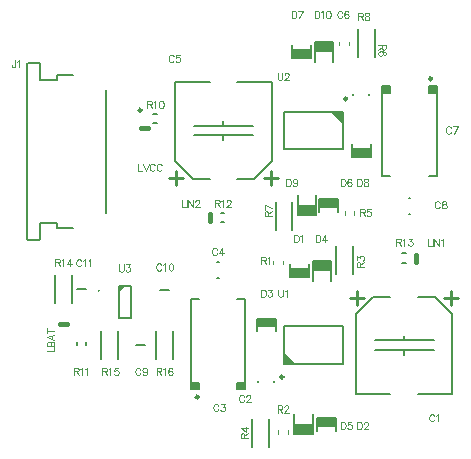
<source format=gto>
G04*
G04 #@! TF.GenerationSoftware,Altium Limited,Altium Designer,18.1.11 (251)*
G04*
G04 Layer_Color=65535*
%FSLAX44Y44*%
%MOMM*%
G71*
G01*
G75*
%ADD10C,0.2500*%
%ADD11C,0.2000*%
%ADD12C,0.1270*%
%ADD13C,0.4000*%
%ADD14C,0.1016*%
%ADD15C,0.1524*%
%ADD16C,0.2540*%
%ADD17C,0.1000*%
%ADD18R,1.6000X0.8000*%
%ADD19R,0.6750X0.5500*%
%ADD20R,1.5500X0.8500*%
G36*
X207280Y81770D02*
Y91770D01*
X217280Y81770D01*
X207280D01*
D02*
G37*
G36*
X67310Y147970D02*
X72920D01*
X67310Y142360D01*
Y147970D01*
D02*
G37*
G36*
X257250Y295380D02*
Y285380D01*
X247250Y295380D01*
X257250D01*
D02*
G37*
D10*
X86420Y296620D02*
G03*
X86420Y296620I-1250J0D01*
G01*
X260500Y306380D02*
G03*
X260500Y306380I-1250J0D01*
G01*
X206530Y70770D02*
G03*
X206530Y70770I-1250J0D01*
G01*
X134750Y53895D02*
G03*
X134750Y53895I-1250J0D01*
G01*
X332280Y323255D02*
G03*
X332280Y323255I-1250J0D01*
G01*
D11*
X-10330Y187500D02*
X-9450Y186620D01*
X-210D02*
X670Y187500D01*
Y201120D02*
X14670D01*
Y196620D02*
X28670D01*
X56670Y209620D02*
Y313620D01*
X14670Y196620D02*
Y201120D01*
X-9450Y186620D02*
X-210D01*
X-10330Y187500D02*
Y335741D01*
X670Y187500D02*
Y201120D01*
X-10330Y335741D02*
X-9450Y336621D01*
X-210D02*
X669Y335741D01*
X670Y322121D02*
Y335741D01*
X-9450Y336621D02*
X-210D01*
X14670Y322121D02*
Y326621D01*
X670Y322121D02*
X14670D01*
Y326621D02*
X28670D01*
X312780Y222630D02*
X313780D01*
X312780Y209130D02*
X313780D01*
X198640Y66790D02*
Y67790D01*
X185140Y66790D02*
Y67790D01*
X183890Y109280D02*
Y120280D01*
X199890D01*
Y109280D02*
Y120280D01*
X150750Y154520D02*
X151750D01*
X150750Y168020D02*
X151750D01*
X135000Y60395D02*
Y65895D01*
X128250D02*
X135000D01*
X167500D02*
X174250D01*
X167500Y60395D02*
Y65895D01*
Y136395D02*
X174250D01*
X167500Y60395D02*
X174250D01*
X128250Y136395D02*
X135000D01*
X128250Y60395D02*
X135000D01*
X174250D02*
Y136395D01*
X128250Y60395D02*
Y136395D01*
X231390Y22360D02*
Y39360D01*
X215890Y22360D02*
Y39360D01*
Y22360D02*
X231390D01*
X234690Y25060D02*
Y36060D01*
X250690D01*
Y25060D02*
Y36060D01*
X336280Y240755D02*
Y316755D01*
X290280Y240755D02*
Y316755D01*
X329530D02*
X336280D01*
X329530Y240755D02*
X336280D01*
X290280Y316755D02*
X297030D01*
X290280Y240755D02*
X297030D01*
Y311255D02*
Y316755D01*
X290280Y311255D02*
X297030D01*
X329530D02*
X336280D01*
X329530D02*
Y316755D01*
X280640Y256870D02*
Y267870D01*
X264640Y256870D02*
X280640D01*
X264640D02*
Y267870D01*
X231704Y152370D02*
Y169370D01*
X247204Y152370D02*
Y169370D01*
X231704D02*
X247204D01*
X227830Y155670D02*
Y166670D01*
X211830Y155670D02*
X227830D01*
X211830D02*
Y166670D01*
X236700Y210480D02*
Y221480D01*
X252700D01*
Y210480D02*
Y221480D01*
X234133Y207780D02*
Y224780D01*
X218633Y207780D02*
Y224780D01*
Y207780D02*
X234133D01*
X265890Y309360D02*
Y310360D01*
X279390Y309360D02*
Y310360D01*
X213840Y341090D02*
Y352090D01*
Y341090D02*
X229840D01*
Y352090D01*
X233140Y354790D02*
X248640D01*
Y337790D02*
Y354790D01*
X233140Y337790D02*
Y354790D01*
D12*
X207250Y295380D02*
X257250D01*
X207250Y263380D02*
X257250D01*
Y295380D01*
X207250Y263380D02*
Y295380D01*
X96266Y285496D02*
X99314D01*
X96266Y293624D02*
X99314D01*
X207280Y81770D02*
X257280D01*
X207280Y113770D02*
X257280D01*
X207280Y81770D02*
Y113770D01*
X257280Y81770D02*
Y113770D01*
X153416Y201676D02*
X156464D01*
X153416Y209804D02*
X156464D01*
X67310Y120970D02*
X67310Y147970D01*
X67310Y120970D02*
X77470D01*
X77470Y147970D02*
X77470Y120970D01*
X67310Y147970D02*
X77470D01*
X31496Y97568D02*
Y100616D01*
X39624Y97568D02*
Y100616D01*
X307086Y175514D02*
X310134D01*
X307086Y167386D02*
X310134D01*
D13*
X85900Y281950D02*
X91900D01*
X144790Y202740D02*
Y208740D01*
X17323Y115592D02*
X23323D01*
X318760Y168450D02*
Y174450D01*
D14*
X202376Y22586D02*
Y25634D01*
X210504Y22586D02*
Y25634D01*
X206114Y166096D02*
Y169144D01*
X197986Y166096D02*
Y169144D01*
X266544Y208006D02*
Y211054D01*
X258416Y208006D02*
Y211054D01*
X262154Y351516D02*
Y354564D01*
X254026Y351516D02*
Y354564D01*
D15*
X194353Y11360D02*
Y35360D01*
X180353Y11360D02*
Y35360D01*
X102005Y144781D02*
X110005D01*
X99005Y85790D02*
Y109790D01*
X113005Y85790D02*
Y109790D01*
X81391Y97789D02*
X89390D01*
X52390Y85790D02*
Y109790D01*
X66390Y85790D02*
Y109790D01*
X27323Y133470D02*
Y157470D01*
X13323Y133470D02*
Y157470D01*
X31561Y145469D02*
X39560D01*
X269860Y341790D02*
Y365790D01*
X283860Y341790D02*
Y365790D01*
X214078Y195010D02*
Y219010D01*
X200078Y195010D02*
Y219010D01*
X251090Y157990D02*
Y181990D01*
X265090Y157990D02*
Y181990D01*
X267730Y123770D02*
X282730Y138770D01*
X267730Y56770D02*
Y123770D01*
X334730Y138770D02*
X349730Y123770D01*
Y56770D02*
Y123770D01*
X267730Y56770D02*
X297230D01*
X282730Y138770D02*
X297230D01*
X320230Y56770D02*
X349730D01*
X320230Y138770D02*
X334730D01*
X283730Y93770D02*
X333730D01*
X283730Y101770D02*
X333730D01*
X308730D02*
Y105770D01*
Y89770D02*
Y93770D01*
X181800Y238380D02*
X196800Y253380D01*
Y320380D01*
X114800Y253380D02*
X129800Y238380D01*
X114800Y253380D02*
Y320380D01*
X167300D02*
X196800D01*
X167300Y238380D02*
X181800D01*
X114800Y320380D02*
X144300D01*
X129800Y238380D02*
X144300D01*
X130800Y283380D02*
X180800D01*
X130800Y275380D02*
X180800D01*
X155800Y271380D02*
Y275380D01*
Y283380D02*
Y287380D01*
D16*
X342730Y137770D02*
X354730Y137770D01*
X348730Y143770D02*
X348730Y131770D01*
X268730D02*
X268730Y143770D01*
X262730Y137770D02*
X274730Y137770D01*
X109800Y239380D02*
X121800Y239380D01*
X115800Y245380D02*
X115800Y233380D01*
X195800D02*
X195800Y245380D01*
X189800Y239380D02*
X201800Y239380D01*
D17*
X-20512Y338993D02*
Y334422D01*
X-20797Y333565D01*
X-21083Y333280D01*
X-21654Y332994D01*
X-22225D01*
X-22797Y333280D01*
X-23082Y333565D01*
X-23368Y334422D01*
Y334994D01*
X-18969Y337850D02*
X-18398Y338136D01*
X-17541Y338993D01*
Y332994D01*
X339015Y218055D02*
X338729Y218626D01*
X338158Y219198D01*
X337586Y219483D01*
X336444D01*
X335872Y219198D01*
X335301Y218626D01*
X335015Y218055D01*
X334730Y217198D01*
Y215770D01*
X335015Y214913D01*
X335301Y214341D01*
X335872Y213770D01*
X336444Y213484D01*
X337586D01*
X338158Y213770D01*
X338729Y214341D01*
X339015Y214913D01*
X342128Y219483D02*
X341271Y219198D01*
X340986Y218626D01*
Y218055D01*
X341271Y217484D01*
X341843Y217198D01*
X342985Y216912D01*
X343842Y216627D01*
X344413Y216055D01*
X344699Y215484D01*
Y214627D01*
X344413Y214056D01*
X344128Y213770D01*
X343271Y213484D01*
X342128D01*
X341271Y213770D01*
X340986Y214056D01*
X340700Y214627D01*
Y215484D01*
X340986Y216055D01*
X341557Y216627D01*
X342414Y216912D01*
X343557Y217198D01*
X344128Y217484D01*
X344413Y218055D01*
Y218626D01*
X344128Y219198D01*
X343271Y219483D01*
X342128D01*
X201800Y328120D02*
Y323835D01*
X202085Y322978D01*
X202657Y322407D01*
X203514Y322121D01*
X204085D01*
X204942Y322407D01*
X205513Y322978D01*
X205799Y323835D01*
Y328120D01*
X207741Y326692D02*
Y326977D01*
X208027Y327548D01*
X208313Y327834D01*
X208884Y328120D01*
X210027D01*
X210598Y327834D01*
X210884Y327548D01*
X211169Y326977D01*
Y326406D01*
X210884Y325835D01*
X210312Y324978D01*
X207456Y322121D01*
X211455D01*
X83820Y251379D02*
Y245380D01*
X87248D01*
X87905Y251379D02*
X90190Y245380D01*
X92475Y251379D02*
X90190Y245380D01*
X97531Y249950D02*
X97246Y250522D01*
X96674Y251093D01*
X96103Y251379D01*
X94960D01*
X94389Y251093D01*
X93818Y250522D01*
X93532Y249950D01*
X93246Y249093D01*
Y247665D01*
X93532Y246808D01*
X93818Y246237D01*
X94389Y245666D01*
X94960Y245380D01*
X96103D01*
X96674Y245666D01*
X97246Y246237D01*
X97531Y246808D01*
X103501Y249950D02*
X103216Y250522D01*
X102645Y251093D01*
X102073Y251379D01*
X100931D01*
X100359Y251093D01*
X99788Y250522D01*
X99502Y249950D01*
X99217Y249093D01*
Y247665D01*
X99502Y246808D01*
X99788Y246237D01*
X100359Y245666D01*
X100931Y245380D01*
X102073D01*
X102645Y245666D01*
X103216Y246237D01*
X103501Y246808D01*
X91440Y304449D02*
Y298450D01*
Y304449D02*
X94011D01*
X94868Y304163D01*
X95154Y303877D01*
X95439Y303306D01*
Y302735D01*
X95154Y302164D01*
X94868Y301878D01*
X94011Y301592D01*
X91440D01*
X93440D02*
X95439Y298450D01*
X96782Y303306D02*
X97353Y303592D01*
X98210Y304449D01*
Y298450D01*
X102895Y304449D02*
X102038Y304163D01*
X101466Y303306D01*
X101181Y301878D01*
Y301021D01*
X101466Y299593D01*
X102038Y298736D01*
X102895Y298450D01*
X103466D01*
X104323Y298736D01*
X104894Y299593D01*
X105180Y301021D01*
Y301878D01*
X104894Y303306D01*
X104323Y304163D01*
X103466Y304449D01*
X102895D01*
X201800Y46639D02*
Y40640D01*
Y46639D02*
X204371D01*
X205228Y46353D01*
X205513Y46067D01*
X205799Y45496D01*
Y44925D01*
X205513Y44353D01*
X205228Y44068D01*
X204371Y43782D01*
X201800D01*
X203799D02*
X205799Y40640D01*
X207427Y45210D02*
Y45496D01*
X207713Y46067D01*
X207999Y46353D01*
X208570Y46639D01*
X209712D01*
X210284Y46353D01*
X210569Y46067D01*
X210855Y45496D01*
Y44925D01*
X210569Y44353D01*
X209998Y43496D01*
X207142Y40640D01*
X211141D01*
X170531Y19050D02*
X176530D01*
X170531D02*
Y21621D01*
X170817Y22478D01*
X171103Y22764D01*
X171674Y23049D01*
X172245D01*
X172817Y22764D01*
X173102Y22478D01*
X173388Y21621D01*
Y19050D01*
Y21050D02*
X176530Y23049D01*
X170531Y27248D02*
X174530Y24392D01*
Y28677D01*
X170531Y27248D02*
X176530D01*
X173195Y54100D02*
X172909Y54672D01*
X172338Y55243D01*
X171766Y55529D01*
X170624D01*
X170053Y55243D01*
X169481Y54672D01*
X169196Y54100D01*
X168910Y53243D01*
Y51815D01*
X169196Y50958D01*
X169481Y50387D01*
X170053Y49816D01*
X170624Y49530D01*
X171766D01*
X172338Y49816D01*
X172909Y50387D01*
X173195Y50958D01*
X175166Y54100D02*
Y54386D01*
X175451Y54957D01*
X175737Y55243D01*
X176308Y55529D01*
X177451D01*
X178022Y55243D01*
X178308Y54957D01*
X178594Y54386D01*
Y53815D01*
X178308Y53243D01*
X177737Y52386D01*
X174880Y49530D01*
X178879D01*
X187960Y144769D02*
Y138770D01*
Y144769D02*
X189960D01*
X190816Y144483D01*
X191388Y143912D01*
X191674Y143340D01*
X191959Y142484D01*
Y141055D01*
X191674Y140198D01*
X191388Y139627D01*
X190816Y139056D01*
X189960Y138770D01*
X187960D01*
X193873Y144769D02*
X197015D01*
X195301Y142484D01*
X196158D01*
X196730Y142198D01*
X197015Y141912D01*
X197301Y141055D01*
Y140484D01*
X197015Y139627D01*
X196444Y139056D01*
X195587Y138770D01*
X194730D01*
X193873Y139056D01*
X193587Y139341D01*
X193302Y139913D01*
X202376Y144769D02*
Y140484D01*
X202661Y139627D01*
X203233Y139056D01*
X204090Y138770D01*
X204661D01*
X205518Y139056D01*
X206089Y139627D01*
X206375Y140484D01*
Y144769D01*
X208032Y143626D02*
X208603Y143912D01*
X209460Y144769D01*
Y138770D01*
X120650Y220629D02*
Y214630D01*
X124078D01*
X124735Y220629D02*
Y214630D01*
X125992Y220629D02*
Y214630D01*
Y220629D02*
X129991Y214630D01*
Y220629D02*
Y214630D01*
X131933Y219200D02*
Y219486D01*
X132219Y220057D01*
X132505Y220343D01*
X133076Y220629D01*
X134219D01*
X134790Y220343D01*
X135075Y220057D01*
X135361Y219486D01*
Y218915D01*
X135075Y218344D01*
X134504Y217486D01*
X131648Y214630D01*
X135647D01*
X148590Y220629D02*
Y214630D01*
Y220629D02*
X151161D01*
X152018Y220343D01*
X152303Y220057D01*
X152589Y219486D01*
Y218915D01*
X152303Y218344D01*
X152018Y218058D01*
X151161Y217772D01*
X148590D01*
X150590D02*
X152589Y214630D01*
X153932Y219486D02*
X154503Y219772D01*
X155360Y220629D01*
Y214630D01*
X158616Y219200D02*
Y219486D01*
X158902Y220057D01*
X159188Y220343D01*
X159759Y220629D01*
X160902D01*
X161473Y220343D01*
X161759Y220057D01*
X162044Y219486D01*
Y218915D01*
X161759Y218344D01*
X161187Y217486D01*
X158331Y214630D01*
X162330D01*
X150335Y178561D02*
X150049Y179132D01*
X149478Y179703D01*
X148906Y179989D01*
X147764D01*
X147193Y179703D01*
X146621Y179132D01*
X146336Y178561D01*
X146050Y177703D01*
Y176275D01*
X146336Y175418D01*
X146621Y174847D01*
X147193Y174276D01*
X147764Y173990D01*
X148906D01*
X149478Y174276D01*
X150049Y174847D01*
X150335Y175418D01*
X154877Y179989D02*
X152020Y175990D01*
X156305D01*
X154877Y179989D02*
Y173990D01*
X151605Y46480D02*
X151319Y47052D01*
X150748Y47623D01*
X150176Y47909D01*
X149034D01*
X148463Y47623D01*
X147891Y47052D01*
X147606Y46480D01*
X147320Y45623D01*
Y44195D01*
X147606Y43338D01*
X147891Y42767D01*
X148463Y42196D01*
X149034Y41910D01*
X150176D01*
X150748Y42196D01*
X151319Y42767D01*
X151605Y43338D01*
X153861Y47909D02*
X157004D01*
X155290Y45623D01*
X156147D01*
X156718Y45338D01*
X157004Y45052D01*
X157289Y44195D01*
Y43624D01*
X157004Y42767D01*
X156432Y42196D01*
X155575Y41910D01*
X154718D01*
X153861Y42196D01*
X153576Y42481D01*
X153290Y43053D01*
X67310Y166019D02*
Y161734D01*
X67596Y160877D01*
X68167Y160306D01*
X69024Y160020D01*
X69595D01*
X70452Y160306D01*
X71024Y160877D01*
X71309Y161734D01*
Y166019D01*
X73537D02*
X76679D01*
X74966Y163734D01*
X75823D01*
X76394Y163448D01*
X76679Y163162D01*
X76965Y162305D01*
Y161734D01*
X76679Y160877D01*
X76108Y160306D01*
X75251Y160020D01*
X74394D01*
X73537Y160306D01*
X73252Y160591D01*
X72966Y161163D01*
X49926Y144511D02*
X49640Y144226D01*
X49926Y143940D01*
X50211Y144226D01*
X49926Y144511D01*
X103290Y165442D02*
X103004Y166013D01*
X102433Y166585D01*
X101862Y166870D01*
X100719D01*
X100148Y166585D01*
X99576Y166013D01*
X99291Y165442D01*
X99005Y164585D01*
Y163157D01*
X99291Y162300D01*
X99576Y161728D01*
X100148Y161157D01*
X100719Y160872D01*
X101862D01*
X102433Y161157D01*
X103004Y161728D01*
X103290Y162300D01*
X104975Y165728D02*
X105547Y166013D01*
X106404Y166870D01*
Y160872D01*
X111088Y166870D02*
X110231Y166585D01*
X109660Y165728D01*
X109374Y164299D01*
Y163442D01*
X109660Y162014D01*
X110231Y161157D01*
X111088Y160872D01*
X111659D01*
X112516Y161157D01*
X113088Y162014D01*
X113373Y163442D01*
Y164299D01*
X113088Y165728D01*
X112516Y166585D01*
X111659Y166870D01*
X111088D01*
X99314Y78389D02*
Y72390D01*
Y78389D02*
X101885D01*
X102742Y78103D01*
X103027Y77817D01*
X103313Y77246D01*
Y76675D01*
X103027Y76104D01*
X102742Y75818D01*
X101885Y75532D01*
X99314D01*
X101314D02*
X103313Y72390D01*
X104656Y77246D02*
X105227Y77532D01*
X106084Y78389D01*
Y72390D01*
X112483Y77532D02*
X112197Y78103D01*
X111340Y78389D01*
X110769D01*
X109912Y78103D01*
X109340Y77246D01*
X109055Y75818D01*
Y74390D01*
X109340Y73247D01*
X109912Y72676D01*
X110769Y72390D01*
X111054D01*
X111911Y72676D01*
X112483Y73247D01*
X112768Y74104D01*
Y74390D01*
X112483Y75247D01*
X111911Y75818D01*
X111054Y76104D01*
X110769D01*
X109912Y75818D01*
X109340Y75247D01*
X109055Y74390D01*
X85565Y76961D02*
X85279Y77532D01*
X84708Y78103D01*
X84136Y78389D01*
X82994D01*
X82423Y78103D01*
X81851Y77532D01*
X81566Y76961D01*
X81280Y76104D01*
Y74675D01*
X81566Y73818D01*
X81851Y73247D01*
X82423Y72676D01*
X82994Y72390D01*
X84136D01*
X84708Y72676D01*
X85279Y73247D01*
X85565Y73818D01*
X90964Y76389D02*
X90678Y75532D01*
X90107Y74961D01*
X89250Y74675D01*
X88964D01*
X88107Y74961D01*
X87536Y75532D01*
X87250Y76389D01*
Y76675D01*
X87536Y77532D01*
X88107Y78103D01*
X88964Y78389D01*
X89250D01*
X90107Y78103D01*
X90678Y77532D01*
X90964Y76389D01*
Y74961D01*
X90678Y73533D01*
X90107Y72676D01*
X89250Y72390D01*
X88678D01*
X87821Y72676D01*
X87536Y73247D01*
X53340Y78389D02*
Y72390D01*
Y78389D02*
X55911D01*
X56768Y78103D01*
X57053Y77817D01*
X57339Y77246D01*
Y76675D01*
X57053Y76104D01*
X56768Y75818D01*
X55911Y75532D01*
X53340D01*
X55340D02*
X57339Y72390D01*
X58682Y77246D02*
X59253Y77532D01*
X60110Y78389D01*
Y72390D01*
X66509Y78389D02*
X63652D01*
X63366Y75818D01*
X63652Y76104D01*
X64509Y76389D01*
X65366D01*
X66223Y76104D01*
X66794Y75532D01*
X67080Y74675D01*
Y74104D01*
X66794Y73247D01*
X66223Y72676D01*
X65366Y72390D01*
X64509D01*
X63652Y72676D01*
X63366Y72961D01*
X63081Y73533D01*
X29210Y78389D02*
Y72390D01*
Y78389D02*
X31781D01*
X32638Y78103D01*
X32924Y77817D01*
X33209Y77246D01*
Y76675D01*
X32924Y76104D01*
X32638Y75818D01*
X31781Y75532D01*
X29210D01*
X31210D02*
X33209Y72390D01*
X34552Y77246D02*
X35123Y77532D01*
X35980Y78389D01*
Y72390D01*
X38951Y77246D02*
X39522Y77532D01*
X40379Y78389D01*
Y72390D01*
X6701Y92710D02*
X12700D01*
Y96138D01*
X6701Y96795D02*
X12700D01*
X6701D02*
Y99366D01*
X6987Y100223D01*
X7273Y100508D01*
X7844Y100794D01*
X8415D01*
X8986Y100508D01*
X9272Y100223D01*
X9558Y99366D01*
Y96795D02*
Y99366D01*
X9844Y100223D01*
X10129Y100508D01*
X10700Y100794D01*
X11557D01*
X12129Y100508D01*
X12414Y100223D01*
X12700Y99366D01*
Y96795D01*
Y106707D02*
X6701Y104422D01*
X12700Y102136D01*
X10700Y102993D02*
Y105850D01*
X6701Y110106D02*
X12700D01*
X6701Y108107D02*
Y112106D01*
X113759Y342136D02*
X113473Y342708D01*
X112902Y343279D01*
X112331Y343565D01*
X111188D01*
X110617Y343279D01*
X110045Y342708D01*
X109760Y342136D01*
X109474Y341279D01*
Y339851D01*
X109760Y338994D01*
X110045Y338423D01*
X110617Y337852D01*
X111188Y337566D01*
X112331D01*
X112902Y337852D01*
X113473Y338423D01*
X113759Y338994D01*
X118872Y343565D02*
X116015D01*
X115730Y340994D01*
X116015Y341279D01*
X116872Y341565D01*
X117729D01*
X118586Y341279D01*
X119158Y340708D01*
X119443Y339851D01*
Y339280D01*
X119158Y338423D01*
X118586Y337852D01*
X117729Y337566D01*
X116872D01*
X116015Y337852D01*
X115730Y338137D01*
X115444Y338709D01*
X268731Y163830D02*
X274730D01*
X268731D02*
Y166401D01*
X269017Y167258D01*
X269303Y167544D01*
X269874Y167829D01*
X270445D01*
X271016Y167544D01*
X271302Y167258D01*
X271588Y166401D01*
Y163830D01*
Y165830D02*
X274730Y167829D01*
X268731Y169743D02*
Y172885D01*
X271016Y171171D01*
Y172028D01*
X271302Y172600D01*
X271588Y172885D01*
X272445Y173171D01*
X273016D01*
X273873Y172885D01*
X274444Y172314D01*
X274730Y171457D01*
Y170600D01*
X274444Y169743D01*
X274159Y169457D01*
X273587Y169172D01*
X293019Y351790D02*
X287020D01*
X293019D02*
Y349219D01*
X292733Y348362D01*
X292447Y348077D01*
X291876Y347791D01*
X291305D01*
X290734Y348077D01*
X290448Y348362D01*
X290162Y349219D01*
Y351790D01*
Y349790D02*
X287020Y347791D01*
X292162Y343021D02*
X292733Y343306D01*
X293019Y344163D01*
Y344734D01*
X292733Y345591D01*
X291876Y346163D01*
X290448Y346448D01*
X289020D01*
X287877Y346163D01*
X287306Y345591D01*
X287020Y344734D01*
Y344449D01*
X287306Y343592D01*
X287877Y343021D01*
X288734Y342735D01*
X289020D01*
X289876Y343021D01*
X290448Y343592D01*
X290734Y344449D01*
Y344734D01*
X290448Y345591D01*
X289876Y346163D01*
X289020Y346448D01*
X271780Y213009D02*
Y207010D01*
Y213009D02*
X274351D01*
X275208Y212723D01*
X275494Y212437D01*
X275779Y211866D01*
Y211295D01*
X275494Y210723D01*
X275208Y210438D01*
X274351Y210152D01*
X271780D01*
X273780D02*
X275779Y207010D01*
X280550Y213009D02*
X277693D01*
X277407Y210438D01*
X277693Y210723D01*
X278550Y211009D01*
X279407D01*
X280264Y210723D01*
X280835Y210152D01*
X281121Y209295D01*
Y208724D01*
X280835Y207867D01*
X280264Y207296D01*
X279407Y207010D01*
X278550D01*
X277693Y207296D01*
X277407Y207581D01*
X277122Y208153D01*
X187960Y172369D02*
Y166370D01*
Y172369D02*
X190531D01*
X191388Y172083D01*
X191674Y171797D01*
X191959Y171226D01*
Y170655D01*
X191674Y170084D01*
X191388Y169798D01*
X190531Y169512D01*
X187960D01*
X189960D02*
X191959Y166370D01*
X193302Y171226D02*
X193873Y171512D01*
X194730Y172369D01*
Y166370D01*
X13491Y170571D02*
Y164573D01*
Y170571D02*
X16062D01*
X16919Y170286D01*
X17205Y170000D01*
X17491Y169429D01*
Y168857D01*
X17205Y168286D01*
X16919Y168001D01*
X16062Y167715D01*
X13491D01*
X15491D02*
X17491Y164573D01*
X18833Y169429D02*
X19404Y169714D01*
X20261Y170571D01*
Y164573D01*
X26089Y170571D02*
X23232Y166572D01*
X27517D01*
X26089Y170571D02*
Y164573D01*
X302260Y187989D02*
Y181990D01*
Y187989D02*
X304831D01*
X305688Y187703D01*
X305973Y187417D01*
X306259Y186846D01*
Y186275D01*
X305973Y185703D01*
X305688Y185418D01*
X304831Y185132D01*
X302260D01*
X304260D02*
X306259Y181990D01*
X307602Y186846D02*
X308173Y187132D01*
X309030Y187989D01*
Y181990D01*
X312572Y187989D02*
X315714D01*
X314000Y185703D01*
X314857D01*
X315429Y185418D01*
X315714Y185132D01*
X316000Y184275D01*
Y183704D01*
X315714Y182847D01*
X315143Y182276D01*
X314286Y181990D01*
X313429D01*
X312572Y182276D01*
X312286Y182561D01*
X312001Y183132D01*
X270002Y378839D02*
Y372840D01*
Y378839D02*
X272573D01*
X273430Y378553D01*
X273715Y378267D01*
X274001Y377696D01*
Y377125D01*
X273715Y376553D01*
X273430Y376268D01*
X272573Y375982D01*
X270002D01*
X272001D02*
X274001Y372840D01*
X276772Y378839D02*
X275915Y378553D01*
X275629Y377982D01*
Y377410D01*
X275915Y376839D01*
X276486Y376553D01*
X277629Y376268D01*
X278486Y375982D01*
X279057Y375411D01*
X279343Y374840D01*
Y373983D01*
X279057Y373411D01*
X278771Y373126D01*
X277915Y372840D01*
X276772D01*
X275915Y373126D01*
X275629Y373411D01*
X275344Y373983D01*
Y374840D01*
X275629Y375411D01*
X276201Y375982D01*
X277058Y376268D01*
X278200Y376553D01*
X278771Y376839D01*
X279057Y377410D01*
Y377982D01*
X278771Y378553D01*
X277915Y378839D01*
X276772D01*
X190801Y207010D02*
X196800D01*
X190801D02*
Y209581D01*
X191087Y210438D01*
X191373Y210723D01*
X191944Y211009D01*
X192515D01*
X193086Y210723D01*
X193372Y210438D01*
X193658Y209581D01*
Y207010D01*
Y209010D02*
X196800Y211009D01*
X190801Y216351D02*
X196800Y213494D01*
X190801Y212352D02*
Y216351D01*
X328930Y187989D02*
Y181990D01*
X332358D01*
X333015Y187989D02*
Y181990D01*
X334272Y187989D02*
Y181990D01*
Y187989D02*
X338271Y181990D01*
Y187989D02*
Y181990D01*
X339928Y186846D02*
X340499Y187132D01*
X341356Y187989D01*
Y181990D01*
X232918Y380649D02*
Y374650D01*
Y380649D02*
X234918D01*
X235774Y380363D01*
X236346Y379792D01*
X236632Y379221D01*
X236917Y378363D01*
Y376935D01*
X236632Y376078D01*
X236346Y375507D01*
X235774Y374936D01*
X234918Y374650D01*
X232918D01*
X238260Y379506D02*
X238831Y379792D01*
X239688Y380649D01*
Y374650D01*
X244373Y380649D02*
X243516Y380363D01*
X242944Y379506D01*
X242659Y378078D01*
Y377221D01*
X242944Y375793D01*
X243516Y374936D01*
X244373Y374650D01*
X244944D01*
X245801Y374936D01*
X246372Y375793D01*
X246658Y377221D01*
Y378078D01*
X246372Y379506D01*
X245801Y380363D01*
X244944Y380649D01*
X244373D01*
X209013Y238409D02*
Y232410D01*
Y238409D02*
X211013D01*
X211870Y238123D01*
X212441Y237552D01*
X212726Y236980D01*
X213012Y236124D01*
Y234695D01*
X212726Y233838D01*
X212441Y233267D01*
X211870Y232696D01*
X211013Y232410D01*
X209013D01*
X218068Y236409D02*
X217782Y235552D01*
X217211Y234981D01*
X216354Y234695D01*
X216069D01*
X215212Y234981D01*
X214640Y235552D01*
X214355Y236409D01*
Y236695D01*
X214640Y237552D01*
X215212Y238123D01*
X216069Y238409D01*
X216354D01*
X217211Y238123D01*
X217782Y237552D01*
X218068Y236409D01*
Y234981D01*
X217782Y233553D01*
X217211Y232696D01*
X216354Y232410D01*
X215783D01*
X214926Y232696D01*
X214640Y233267D01*
X269240Y238409D02*
Y232410D01*
Y238409D02*
X271240D01*
X272097Y238123D01*
X272668Y237552D01*
X272953Y236980D01*
X273239Y236124D01*
Y234695D01*
X272953Y233838D01*
X272668Y233267D01*
X272097Y232696D01*
X271240Y232410D01*
X269240D01*
X276010Y238409D02*
X275153Y238123D01*
X274867Y237552D01*
Y236980D01*
X275153Y236409D01*
X275724Y236124D01*
X276867Y235838D01*
X277724Y235552D01*
X278295Y234981D01*
X278581Y234410D01*
Y233553D01*
X278295Y232981D01*
X278009Y232696D01*
X277153Y232410D01*
X276010D01*
X275153Y232696D01*
X274867Y232981D01*
X274582Y233553D01*
Y234410D01*
X274867Y234981D01*
X275439Y235552D01*
X276296Y235838D01*
X277438Y236124D01*
X278009Y236409D01*
X278295Y236980D01*
Y237552D01*
X278009Y238123D01*
X277153Y238409D01*
X276010D01*
X213614Y380649D02*
Y374650D01*
Y380649D02*
X215613D01*
X216471Y380363D01*
X217042Y379792D01*
X217327Y379221D01*
X217613Y378363D01*
Y376935D01*
X217327Y376078D01*
X217042Y375507D01*
X216471Y374936D01*
X215613Y374650D01*
X213614D01*
X222955Y380649D02*
X220098Y374650D01*
X218956Y380649D02*
X222955D01*
X255270Y238409D02*
Y232410D01*
Y238409D02*
X257269D01*
X258127Y238123D01*
X258698Y237552D01*
X258983Y236980D01*
X259269Y236124D01*
Y234695D01*
X258983Y233838D01*
X258698Y233267D01*
X258127Y232696D01*
X257269Y232410D01*
X255270D01*
X264039Y237552D02*
X263754Y238123D01*
X262897Y238409D01*
X262326D01*
X261469Y238123D01*
X260897Y237266D01*
X260612Y235838D01*
Y234410D01*
X260897Y233267D01*
X261469Y232696D01*
X262326Y232410D01*
X262611D01*
X263468Y232696D01*
X264039Y233267D01*
X264325Y234124D01*
Y234410D01*
X264039Y235266D01*
X263468Y235838D01*
X262611Y236124D01*
X262326D01*
X261469Y235838D01*
X260897Y235266D01*
X260612Y234410D01*
X255270Y32669D02*
Y26670D01*
Y32669D02*
X257270D01*
X258127Y32383D01*
X258698Y31812D01*
X258983Y31240D01*
X259269Y30384D01*
Y28955D01*
X258983Y28098D01*
X258698Y27527D01*
X258127Y26956D01*
X257270Y26670D01*
X255270D01*
X264039Y32669D02*
X261183D01*
X260897Y30098D01*
X261183Y30384D01*
X262040Y30669D01*
X262897D01*
X263754Y30384D01*
X264325Y29812D01*
X264611Y28955D01*
Y28384D01*
X264325Y27527D01*
X263754Y26956D01*
X262897Y26670D01*
X262040D01*
X261183Y26956D01*
X260897Y27241D01*
X260612Y27813D01*
X233974Y190911D02*
Y184912D01*
Y190911D02*
X235973D01*
X236830Y190625D01*
X237402Y190054D01*
X237687Y189482D01*
X237973Y188626D01*
Y187197D01*
X237687Y186340D01*
X237402Y185769D01*
X236830Y185198D01*
X235973Y184912D01*
X233974D01*
X242172Y190911D02*
X239315Y186912D01*
X243600D01*
X242172Y190911D02*
Y184912D01*
X269240Y32669D02*
Y26670D01*
Y32669D02*
X271240D01*
X272097Y32383D01*
X272668Y31812D01*
X272953Y31240D01*
X273239Y30384D01*
Y28955D01*
X272953Y28098D01*
X272668Y27527D01*
X272097Y26956D01*
X271240Y26670D01*
X269240D01*
X274867Y31240D02*
Y31526D01*
X275153Y32097D01*
X275439Y32383D01*
X276010Y32669D01*
X277153D01*
X277724Y32383D01*
X278009Y32097D01*
X278295Y31526D01*
Y30955D01*
X278009Y30384D01*
X277438Y29527D01*
X274582Y26670D01*
X278581D01*
X215646Y190911D02*
Y184912D01*
Y190911D02*
X217645D01*
X218503Y190625D01*
X219074Y190054D01*
X219359Y189482D01*
X219645Y188626D01*
Y187197D01*
X219359Y186340D01*
X219074Y185769D01*
X218503Y185198D01*
X217645Y184912D01*
X215646D01*
X220988Y189768D02*
X221559Y190054D01*
X222416Y190911D01*
Y184912D01*
X35623Y169050D02*
X35337Y169621D01*
X34766Y170192D01*
X34195Y170478D01*
X33052D01*
X32481Y170192D01*
X31909Y169621D01*
X31624Y169050D01*
X31338Y168193D01*
Y166765D01*
X31624Y165908D01*
X31909Y165336D01*
X32481Y164765D01*
X33052Y164479D01*
X34195D01*
X34766Y164765D01*
X35337Y165336D01*
X35623Y165908D01*
X37308Y169335D02*
X37879Y169621D01*
X38736Y170478D01*
Y164479D01*
X41707Y169335D02*
X42278Y169621D01*
X43135Y170478D01*
Y164479D01*
X348455Y281430D02*
X348169Y282002D01*
X347598Y282573D01*
X347026Y282859D01*
X345884D01*
X345313Y282573D01*
X344741Y282002D01*
X344456Y281430D01*
X344170Y280574D01*
Y279145D01*
X344456Y278288D01*
X344741Y277717D01*
X345313Y277146D01*
X345884Y276860D01*
X347026D01*
X347598Y277146D01*
X348169Y277717D01*
X348455Y278288D01*
X354139Y282859D02*
X351283Y276860D01*
X350140Y282859D02*
X354139D01*
X256535Y379221D02*
X256249Y379792D01*
X255678Y380363D01*
X255106Y380649D01*
X253964D01*
X253393Y380363D01*
X252821Y379792D01*
X252535Y379221D01*
X252250Y378363D01*
Y376935D01*
X252535Y376078D01*
X252821Y375507D01*
X253393Y374936D01*
X253964Y374650D01*
X255106D01*
X255678Y374936D01*
X256249Y375507D01*
X256535Y376078D01*
X261648Y379792D02*
X261362Y380363D01*
X260505Y380649D01*
X259934D01*
X259077Y380363D01*
X258506Y379506D01*
X258220Y378078D01*
Y376650D01*
X258506Y375507D01*
X259077Y374936D01*
X259934Y374650D01*
X260220D01*
X261077Y374936D01*
X261648Y375507D01*
X261933Y376364D01*
Y376650D01*
X261648Y377506D01*
X261077Y378078D01*
X260220Y378363D01*
X259934D01*
X259077Y378078D01*
X258506Y377506D01*
X258220Y376650D01*
X334485Y37845D02*
X334199Y38416D01*
X333628Y38987D01*
X333056Y39273D01*
X331914D01*
X331343Y38987D01*
X330771Y38416D01*
X330486Y37845D01*
X330200Y36988D01*
Y35559D01*
X330486Y34702D01*
X330771Y34131D01*
X331343Y33560D01*
X331914Y33274D01*
X333056D01*
X333628Y33560D01*
X334199Y34131D01*
X334485Y34702D01*
X336170Y38130D02*
X336741Y38416D01*
X337598Y39273D01*
Y33274D01*
D18*
X191890Y116277D02*
D03*
X242689Y32056D02*
D03*
X272635Y260869D02*
D03*
X219834Y159672D02*
D03*
X244701Y217484D02*
D03*
X221835Y345089D02*
D03*
D19*
X131625Y63145D02*
D03*
X170875Y63145D02*
D03*
X293655Y314005D02*
D03*
X332905Y314005D02*
D03*
D20*
X223643Y26606D02*
D03*
X239448Y165121D02*
D03*
X226385Y212025D02*
D03*
X240883Y350541D02*
D03*
M02*

</source>
